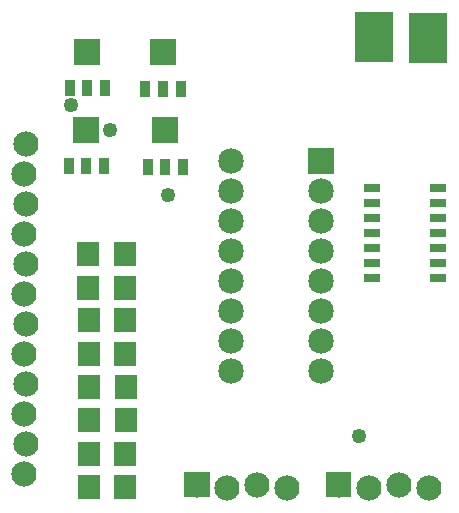
<source format=gbs>
G04 MADE WITH FRITZING*
G04 WWW.FRITZING.ORG*
G04 DOUBLE SIDED*
G04 HOLES PLATED*
G04 CONTOUR ON CENTER OF CONTOUR VECTOR*
%ASAXBY*%
%FSLAX23Y23*%
%MOIN*%
%OFA0B0*%
%SFA1.0B1.0*%
%ADD10C,0.085000*%
%ADD11C,0.049370*%
%ADD12C,0.084000*%
%ADD13R,0.130998X0.166479*%
%ADD14R,0.085000X0.085000*%
%ADD15R,0.057244X0.029685*%
%ADD16R,0.032835X0.057244*%
%ADD17R,0.088740X0.088740*%
%ADD18R,0.072992X0.084803*%
%ADD19R,0.001000X0.001000*%
%LNMASK0*%
G90*
G70*
G54D10*
X1104Y1219D03*
X804Y1219D03*
X1104Y1119D03*
X804Y1119D03*
X1104Y1019D03*
X804Y1019D03*
X1104Y919D03*
X804Y919D03*
X1104Y819D03*
X804Y819D03*
X1104Y719D03*
X804Y719D03*
X1104Y619D03*
X804Y619D03*
X1104Y519D03*
X804Y519D03*
X1104Y1219D03*
X804Y1219D03*
X1104Y1119D03*
X804Y1119D03*
X1104Y1019D03*
X804Y1019D03*
X1104Y919D03*
X804Y919D03*
X1104Y819D03*
X804Y819D03*
X1104Y719D03*
X804Y719D03*
X1104Y619D03*
X804Y619D03*
X1104Y519D03*
X804Y519D03*
G54D11*
X402Y1322D03*
X270Y1406D03*
X1230Y302D03*
X594Y1106D03*
G54D12*
X121Y1276D03*
X113Y1176D03*
X121Y1076D03*
X113Y976D03*
X121Y876D03*
X113Y776D03*
X121Y676D03*
X113Y576D03*
X121Y476D03*
X113Y376D03*
X121Y276D03*
X113Y176D03*
X692Y139D03*
X792Y129D03*
X892Y139D03*
X992Y129D03*
X1164Y138D03*
X1264Y128D03*
X1364Y138D03*
X1464Y128D03*
G54D13*
X1282Y1631D03*
X1462Y1628D03*
G54D14*
X1104Y1219D03*
X1104Y1219D03*
G54D15*
X1493Y1127D03*
X1493Y1077D03*
X1493Y1027D03*
X1493Y977D03*
X1493Y927D03*
X1493Y877D03*
X1493Y827D03*
X1276Y827D03*
X1276Y877D03*
X1276Y927D03*
X1276Y977D03*
X1276Y1027D03*
X1276Y1077D03*
X1276Y1127D03*
G54D16*
X386Y1461D03*
X326Y1461D03*
X267Y1461D03*
G54D17*
X326Y1583D03*
G54D16*
X381Y1201D03*
X322Y1201D03*
X263Y1201D03*
G54D17*
X322Y1323D03*
G54D16*
X645Y1199D03*
X586Y1199D03*
X527Y1199D03*
G54D17*
X586Y1322D03*
G54D16*
X637Y1460D03*
X578Y1460D03*
X519Y1460D03*
G54D17*
X578Y1582D03*
G54D18*
X329Y908D03*
X451Y908D03*
X329Y796D03*
X451Y796D03*
X330Y132D03*
X452Y132D03*
X330Y243D03*
X452Y243D03*
X331Y354D03*
X453Y354D03*
X331Y466D03*
X453Y466D03*
X330Y576D03*
X452Y576D03*
X330Y687D03*
X452Y687D03*
G54D19*
X650Y182D02*
X733Y182D01*
X650Y181D02*
X733Y181D01*
X1122Y181D02*
X1204Y181D01*
X650Y180D02*
X733Y180D01*
X1121Y180D02*
X1204Y180D01*
X650Y179D02*
X733Y179D01*
X1121Y179D02*
X1204Y179D01*
X650Y178D02*
X733Y178D01*
X1121Y178D02*
X1204Y178D01*
X650Y177D02*
X733Y177D01*
X1121Y177D02*
X1204Y177D01*
X650Y176D02*
X733Y176D01*
X1121Y176D02*
X1204Y176D01*
X650Y175D02*
X733Y175D01*
X1121Y175D02*
X1204Y175D01*
X650Y174D02*
X733Y174D01*
X1121Y174D02*
X1204Y174D01*
X650Y173D02*
X733Y173D01*
X1121Y173D02*
X1204Y173D01*
X650Y172D02*
X733Y172D01*
X1121Y172D02*
X1204Y172D01*
X650Y171D02*
X733Y171D01*
X1121Y171D02*
X1204Y171D01*
X650Y170D02*
X733Y170D01*
X1121Y170D02*
X1204Y170D01*
X650Y169D02*
X733Y169D01*
X1121Y169D02*
X1204Y169D01*
X650Y168D02*
X733Y168D01*
X1121Y168D02*
X1204Y168D01*
X650Y167D02*
X733Y167D01*
X1121Y167D02*
X1204Y167D01*
X650Y166D02*
X733Y166D01*
X1121Y166D02*
X1204Y166D01*
X650Y165D02*
X733Y165D01*
X1121Y165D02*
X1204Y165D01*
X650Y164D02*
X733Y164D01*
X1121Y164D02*
X1204Y164D01*
X650Y163D02*
X733Y163D01*
X1121Y163D02*
X1204Y163D01*
X650Y162D02*
X733Y162D01*
X1121Y162D02*
X1204Y162D01*
X650Y161D02*
X733Y161D01*
X1121Y161D02*
X1204Y161D01*
X650Y160D02*
X733Y160D01*
X1121Y160D02*
X1204Y160D01*
X650Y159D02*
X733Y159D01*
X1121Y159D02*
X1204Y159D01*
X650Y158D02*
X733Y158D01*
X1121Y158D02*
X1204Y158D01*
X650Y157D02*
X733Y157D01*
X1121Y157D02*
X1204Y157D01*
X650Y156D02*
X733Y156D01*
X1121Y156D02*
X1204Y156D01*
X650Y155D02*
X687Y155D01*
X695Y155D02*
X733Y155D01*
X1121Y155D02*
X1204Y155D01*
X650Y154D02*
X684Y154D01*
X698Y154D02*
X733Y154D01*
X1121Y154D02*
X1160Y154D01*
X1165Y154D02*
X1204Y154D01*
X650Y153D02*
X682Y153D01*
X700Y153D02*
X733Y153D01*
X1121Y153D02*
X1156Y153D01*
X1169Y153D02*
X1204Y153D01*
X650Y152D02*
X681Y152D01*
X701Y152D02*
X733Y152D01*
X1121Y152D02*
X1155Y152D01*
X1171Y152D02*
X1204Y152D01*
X650Y151D02*
X680Y151D01*
X702Y151D02*
X733Y151D01*
X1121Y151D02*
X1153Y151D01*
X1172Y151D02*
X1204Y151D01*
X650Y150D02*
X679Y150D01*
X703Y150D02*
X733Y150D01*
X1121Y150D02*
X1152Y150D01*
X1174Y150D02*
X1204Y150D01*
X650Y149D02*
X678Y149D01*
X704Y149D02*
X733Y149D01*
X1121Y149D02*
X1151Y149D01*
X1175Y149D02*
X1204Y149D01*
X650Y148D02*
X678Y148D01*
X705Y148D02*
X733Y148D01*
X1121Y148D02*
X1150Y148D01*
X1175Y148D02*
X1204Y148D01*
X650Y147D02*
X677Y147D01*
X705Y147D02*
X733Y147D01*
X1121Y147D02*
X1150Y147D01*
X1176Y147D02*
X1204Y147D01*
X650Y146D02*
X677Y146D01*
X706Y146D02*
X733Y146D01*
X1121Y146D02*
X1149Y146D01*
X1177Y146D02*
X1204Y146D01*
X650Y145D02*
X676Y145D01*
X706Y145D02*
X733Y145D01*
X1121Y145D02*
X1148Y145D01*
X1177Y145D02*
X1204Y145D01*
X650Y144D02*
X676Y144D01*
X706Y144D02*
X733Y144D01*
X1121Y144D02*
X1148Y144D01*
X1178Y144D02*
X1204Y144D01*
X650Y143D02*
X676Y143D01*
X706Y143D02*
X733Y143D01*
X1121Y143D02*
X1148Y143D01*
X1178Y143D02*
X1204Y143D01*
X650Y142D02*
X676Y142D01*
X706Y142D02*
X733Y142D01*
X1121Y142D02*
X1148Y142D01*
X1178Y142D02*
X1204Y142D01*
X650Y141D02*
X676Y141D01*
X707Y141D02*
X733Y141D01*
X1121Y141D02*
X1147Y141D01*
X1178Y141D02*
X1204Y141D01*
X650Y140D02*
X676Y140D01*
X707Y140D02*
X733Y140D01*
X1121Y140D02*
X1147Y140D01*
X1178Y140D02*
X1204Y140D01*
X650Y139D02*
X676Y139D01*
X706Y139D02*
X733Y139D01*
X1121Y139D02*
X1147Y139D01*
X1178Y139D02*
X1204Y139D01*
X650Y138D02*
X676Y138D01*
X706Y138D02*
X733Y138D01*
X1121Y138D02*
X1147Y138D01*
X1178Y138D02*
X1204Y138D01*
X650Y137D02*
X676Y137D01*
X706Y137D02*
X733Y137D01*
X1121Y137D02*
X1148Y137D01*
X1178Y137D02*
X1204Y137D01*
X650Y136D02*
X676Y136D01*
X706Y136D02*
X733Y136D01*
X1121Y136D02*
X1148Y136D01*
X1178Y136D02*
X1204Y136D01*
X650Y135D02*
X677Y135D01*
X706Y135D02*
X733Y135D01*
X1121Y135D02*
X1148Y135D01*
X1178Y135D02*
X1204Y135D01*
X650Y134D02*
X677Y134D01*
X705Y134D02*
X733Y134D01*
X1121Y134D02*
X1148Y134D01*
X1177Y134D02*
X1204Y134D01*
X650Y133D02*
X678Y133D01*
X705Y133D02*
X733Y133D01*
X1121Y133D02*
X1149Y133D01*
X1177Y133D02*
X1204Y133D01*
X650Y132D02*
X678Y132D01*
X704Y132D02*
X733Y132D01*
X1121Y132D02*
X1149Y132D01*
X1177Y132D02*
X1204Y132D01*
X650Y131D02*
X679Y131D01*
X703Y131D02*
X733Y131D01*
X1121Y131D02*
X1150Y131D01*
X1176Y131D02*
X1204Y131D01*
X650Y130D02*
X680Y130D01*
X702Y130D02*
X733Y130D01*
X1121Y130D02*
X1150Y130D01*
X1175Y130D02*
X1204Y130D01*
X650Y129D02*
X681Y129D01*
X701Y129D02*
X733Y129D01*
X1121Y129D02*
X1151Y129D01*
X1174Y129D02*
X1204Y129D01*
X650Y128D02*
X682Y128D01*
X700Y128D02*
X733Y128D01*
X1121Y128D02*
X1152Y128D01*
X1173Y128D02*
X1204Y128D01*
X650Y127D02*
X684Y127D01*
X698Y127D02*
X733Y127D01*
X1121Y127D02*
X1154Y127D01*
X1172Y127D02*
X1204Y127D01*
X650Y126D02*
X686Y126D01*
X696Y126D02*
X733Y126D01*
X1121Y126D02*
X1155Y126D01*
X1171Y126D02*
X1204Y126D01*
X650Y125D02*
X733Y125D01*
X1121Y125D02*
X1157Y125D01*
X1168Y125D02*
X1204Y125D01*
X650Y124D02*
X733Y124D01*
X1121Y124D02*
X1204Y124D01*
X650Y123D02*
X733Y123D01*
X1121Y123D02*
X1204Y123D01*
X650Y122D02*
X733Y122D01*
X1121Y122D02*
X1204Y122D01*
X650Y121D02*
X733Y121D01*
X1121Y121D02*
X1204Y121D01*
X650Y120D02*
X733Y120D01*
X1121Y120D02*
X1204Y120D01*
X650Y119D02*
X733Y119D01*
X1121Y119D02*
X1204Y119D01*
X650Y118D02*
X733Y118D01*
X1121Y118D02*
X1204Y118D01*
X650Y117D02*
X733Y117D01*
X1121Y117D02*
X1204Y117D01*
X650Y116D02*
X733Y116D01*
X1121Y116D02*
X1204Y116D01*
X650Y115D02*
X733Y115D01*
X1121Y115D02*
X1204Y115D01*
X650Y114D02*
X733Y114D01*
X1121Y114D02*
X1204Y114D01*
X650Y113D02*
X733Y113D01*
X1121Y113D02*
X1204Y113D01*
X650Y112D02*
X733Y112D01*
X1121Y112D02*
X1204Y112D01*
X650Y111D02*
X733Y111D01*
X1121Y111D02*
X1204Y111D01*
X650Y110D02*
X733Y110D01*
X1121Y110D02*
X1204Y110D01*
X650Y109D02*
X733Y109D01*
X1121Y109D02*
X1204Y109D01*
X650Y108D02*
X733Y108D01*
X1121Y108D02*
X1204Y108D01*
X650Y107D02*
X733Y107D01*
X1121Y107D02*
X1204Y107D01*
X650Y106D02*
X733Y106D01*
X1121Y106D02*
X1204Y106D01*
X650Y105D02*
X733Y105D01*
X1121Y105D02*
X1204Y105D01*
X650Y104D02*
X733Y104D01*
X1121Y104D02*
X1204Y104D01*
X650Y103D02*
X733Y103D01*
X1121Y103D02*
X1204Y103D01*
X650Y102D02*
X733Y102D01*
X1121Y102D02*
X1204Y102D01*
X650Y101D02*
X733Y101D01*
X1121Y101D02*
X1204Y101D01*
X650Y100D02*
X733Y100D01*
X1121Y100D02*
X1204Y100D01*
X650Y99D02*
X733Y99D01*
X1121Y99D02*
X1204Y99D01*
X1121Y98D02*
X1204Y98D01*
D02*
G04 End of Mask0*
M02*
</source>
